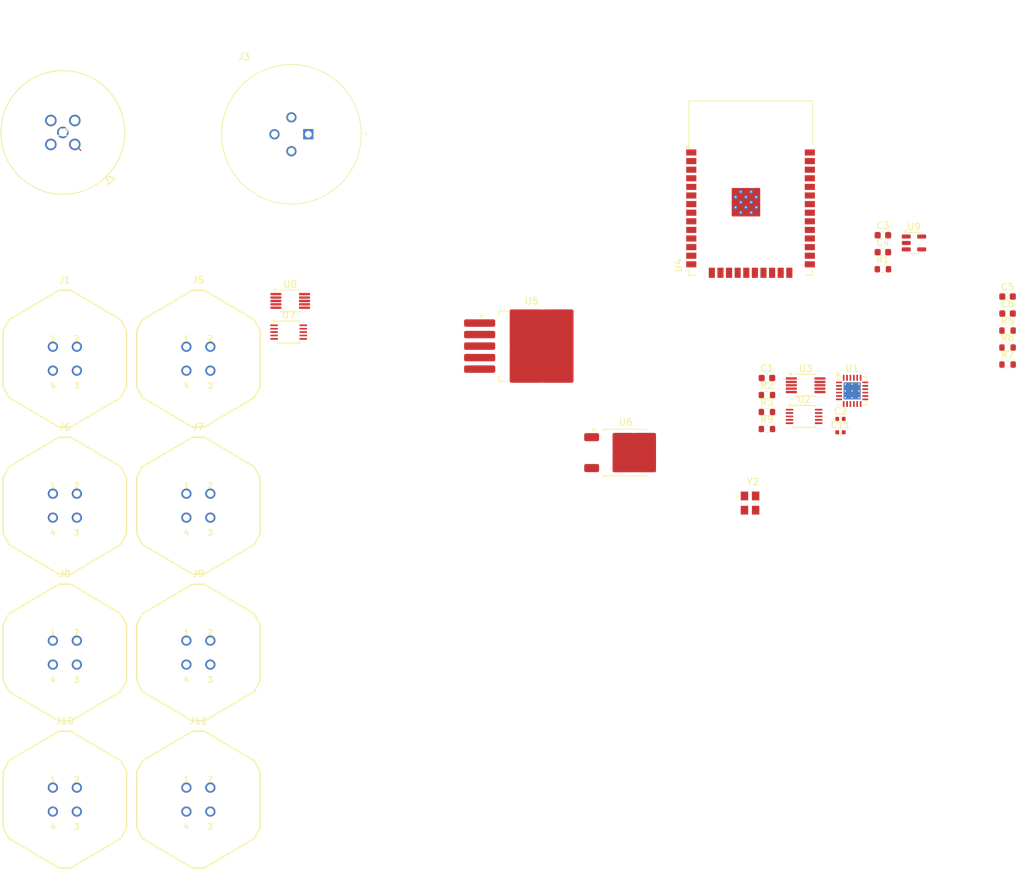
<source format=kicad_pcb>
(kicad_pcb (version 20240108) (generator "pcbnew") (generator_version "8.0")
  (layers (0 "F.Cu" signal) (31 "B.Cu" signal) (34 "B.Paste" user) (35 "F.Paste" user) (36 "B.SilkS" user "B.Silkscreen") (37 "F.SilkS" user "F.Silkscreen") (38 "B.Mask" user) (39 "F.Mask" user) (44 "Edge.Cuts" user))
  (net 0 "")
  (net 1 "GND")
  (net 2 "/TXEN")
  (net 3 "+3V3")
  (net 5 "/RX_N")
  (net 6 "/TXD1")
  (net 7 "/CRS_DV")
  (net 8 "/MDIO")
  (net 9 "Net-(U1-LED2{slash}~{INTSEL})")
  (net 10 "/RXD1")
  (net 11 "/TX_P")
  (net 12 "Net-(U1-RBIAS)")
  (net 13 "/TX_N")
  (net 14 "/RX_P")
  (net 15 "/REF_CLK")
  (net 17 "/RXD0")
  (net 18 "Net-(U1-~{RST})")
  (net 19 "/TXD0")
  (net 20 "/RXER")
  (net 21 "/MDC")
  (net 22 "Net-(U1-VDDCR)")
  (net 23 "/AIN3_ADC1")
  (net 24 "/AIN1_ADC1")
  (net 25 "/AIN2_ADC1")
  (net 26 "/AIN0_ADC1")
  (net 27 "/ANOUT1_DAC1")
  (net 28 "/ANOUT0_DAC1")
  (net 29 "/ANOUT3_DAC1")
  (net 30 "/ANOUT2_DAC1")
  (net 31 "+24V")
  (net 32 "+5V")
  (net 33 "/25MHZ")
  (net 35 "/SCL")
  (net 36 "/SDA")
  (net 38 "/ESP_EN")
  (net 51 "/ESP_TX")
  (net 53 "/ESP_RX")
  (net 77 "/AIN1_ADC0")
  (net 78 "/ANOUT1_DAC0")
  (net 79 "/AIN0_ADC0")
  (net 80 "/ANOUT0_DAC0")
  (net 81 "/AIN2_ADC0")
  (net 82 "/ANOUT2_DAC0")
  (net 83 "/ANOUT3_DAC0")
  (net 84 "/AIN3_ADC0")
  (net 87 "Net-(U9-EN)")
  (footprint "Capacitor_SMD:C_0603_1608Metric" (layer "F.Cu") (at 186.675 84.96)
    (property "Reference" "C5" (at 0 -1.43 0) (layer "F.SilkS"))
    (property "Value" "1uF")
    (pad "1" smd roundrect (at -0.775 0) (size 0.9 0.95) (layers "F.Cu" "F.Paste" "F.Mask") (net 22 "Net-(U1-VDDCR)"))
    (pad "2" smd roundrect (at 0.775 0) (size 0.9 0.95) (layers "F.Cu" "F.Paste" "F.Mask") (net 1 "GND"))
  )
  (footprint "643260100604:643260100604" (layer "F.Cu") (at 67.267766 94.132234)
    (property "Reference" "J5" (at 0 -11.635 0) (layer "F.SilkS"))
    (property "Value" "643260100604")
    (fp_text user "3" (at 1.76 4 0) (layer "F.SilkS") (effects (font (size 0.8 0.8))))
    (fp_text user "4" (at -1.76 4 0) (layer "F.SilkS") (effects (font (size 0.8 0.8))))
    (fp_text user "1" (at -1.76 -3 0) (layer "F.SilkS") (effects (font (size 0.8 0.8))))
    (fp_text user "2" (at 1.76 -3 0) (layer "F.SilkS") (effects (font (size 0.8 0.8))))
    (pad "1" thru_hole circle (at -1.767766 -1.767766) (size 1.508 1.508) (drill 1) (layers "*.Cu" "*.Mask") (net 79 "/AIN0_ADC0"))
    (pad "2" thru_hole circle (at 1.767766 -1.767766) (size 1.508 1.508) (drill 1) (layers "*.Cu" "*.Mask"))
    (pad "3" thru_hole circle (at 1.767766 1.767766) (size 1.508 1.508) (drill 1) (layers "*.Cu" "*.Mask"))
    (pad "4" thru_hole circle (at -1.767766 1.767766) (size 1.508 1.508) (drill 1) (layers "*.Cu" "*.Mask") (net 80 "/ANOUT0_DAC0"))
  )
  (footprint "643260100604:643260100604" (layer "F.Cu") (at 47.567766 115.832234)
    (property "Reference" "J6" (at 0 -11.635 0) (layer "F.SilkS"))
    (property "Value" "643260100604")
    (fp_text user "3" (at 1.76 4 0) (layer "F.SilkS") (effects (font (size 0.8 0.8))))
    (fp_text user "1" (at -1.76 -3 0) (layer "F.SilkS") (effects (font (size 0.8 0.8))))
    (fp_text user "4" (at -1.76 4 0) (layer "F.SilkS") (effects (font (size 0.8 0.8))))
    (fp_text user "2" (at 1.76 -3 0) (layer "F.SilkS") (effects (font (size 0.8 0.8))))
    (pad "1" thru_hole circle (at -1.767766 -1.767766) (size 1.508 1.508) (drill 1) (layers "*.Cu" "*.Mask") (net 81 "/AIN2_ADC0"))
    (pad "2" thru_hole circle (at 1.767766 -1.767766) (size 1.508 1.508) (drill 1) (layers "*.Cu" "*.Mask"))
    (pad "3" thru_hole circle (at 1.767766 1.767766) (size 1.508 1.508) (drill 1) (layers "*.Cu" "*.Mask"))
    (pad "4" thru_hole circle (at -1.767766 1.767766) (size 1.508 1.508) (drill 1) (layers "*.Cu" "*.Mask") (net 82 "/ANOUT2_DAC0"))
  )
  (footprint "Resistor_SMD:R_0603_1608Metric" (layer "F.Cu") (at 186.675 89.98)
    (property "Reference" "R5" (at 0 -1.43 0) (layer "F.SilkS"))
    (property "Value" "12.1k")
    (pad "1" smd roundrect (at -0.825 0) (size 0.8 0.95) (layers "F.Cu" "F.Paste" "F.Mask") (net 1 "GND"))
    (pad "2" smd roundrect (at 0.825 0) (size 0.8 0.95) (layers "F.Cu" "F.Paste" "F.Mask") (net 12 "Net-(U1-RBIAS)"))
  )
  (footprint "Package_TO_SOT_SMD:TO-252-2" (layer "F.Cu") (at 130.34 108.0025)
    (property "Reference" "U6" (at 0 -4.5 0) (layer "F.SilkS"))
    (property "Value" "LDO-LM7805MPX/NOPB")
    (pad "1" smd roundrect (at -5.04 -2.28) (size 2.2 1.2) (layers "F.Cu" "F.Paste" "F.Mask") (roundrect_rratio 0.208333) (net 1 "GND"))
    (pad "2" smd roundrect (at -0.415 -1.525) (size 3.05 2.75) (layers "F.Cu" "F.Paste") (roundrect_rratio 0.090909) (net 3 "+3V3"))
    (pad "2" smd roundrect (at -0.415 1.525) (size 3.05 2.75) (layers "F.Cu" "F.Paste") (roundrect_rratio 0.090909) (net 3 "+3V3"))
    (pad "2" smd roundrect (at 1.26 0) (size 6.4 5.8) (layers "F.Cu" "F.Mask") (roundrect_rratio 0.043103) (net 3 "+3V3"))
    (pad "2" smd roundrect (at 2.935 -1.525) (size 3.05 2.75) (layers "F.Cu" "F.Paste") (roundrect_rratio 0.090909) (net 3 "+3V3"))
    (pad "2" smd roundrect (at 2.935 1.525) (size 3.05 2.75) (layers "F.Cu" "F.Paste") (roundrect_rratio 0.090909) (net 3 "+3V3"))
    (pad "3" smd roundrect (at -5.04 2.28) (size 2.2 1.2) (layers "F.Cu" "F.Paste" "F.Mask") (roundrect_rratio 0.208333) (net 32 "+5V"))
  )
  (footprint "643260100604:643260100604" (layer "F.Cu") (at 47.567766 159.232234)
    (property "Reference" "J10" (at 0 -11.635 0) (layer "F.SilkS"))
    (property "Value" "643260100604")
    (fp_text user "3" (at 1.76 4 0) (layer "F.SilkS") (effects (font (size 0.8 0.8))))
    (fp_text user "1" (at -1.76 -3 0) (layer "F.SilkS") (effects (font (size 0.8 0.8))))
    (fp_text user "2" (at 1.76 -3 0) (layer "F.SilkS") (effects (font (size 0.8 0.8))))
    (fp_text user "4" (at -1.76 4 0) (layer "F.SilkS") (effects (font (size 0.8 0.8))))
    (pad "1" thru_hole circle (at -1.767766 -1.767766) (size 1.508 1.508) (drill 1) (layers "*.Cu" "*.Mask") (net 25 "/AIN2_ADC1"))
    (pad "2" thru_hole circle (at 1.767766 -1.767766) (size 1.508 1.508) (drill 1) (layers "*.Cu" "*.Mask"))
    (pad "3" thru_hole circle (at 1.767766 1.767766) (size 1.508 1.508) (drill 1) (layers "*.Cu" "*.Mask"))
    (pad "4" thru_hole circle (at -1.767766 1.767766) (size 1.508 1.508) (drill 1) (layers "*.Cu" "*.Mask") (net 30 "/ANOUT2_DAC1"))
  )
  (footprint "Package_SO:MSOP-10_3x3mm_P0.5mm" (layer "F.Cu") (at 80.822766 85.607234)
    (property "Reference" "U8" (at 0 -2.45 0) (layer "F.SilkS"))
    (property "Value" "MCP4728")
    (pad "1" smd roundrect (at -2.1125 -1) (size 1.625 0.35) (layers "F.Cu" "F.Paste" "F.Mask") (net 3 "+3V3"))
    (pad "2" smd roundrect (at -2.1125 -0.5) (size 1.625 0.35) (layers "F.Cu" "F.Paste" "F.Mask") (net 35 "/SCL"))
    (pad "3" smd roundrect (at -2.1125 0) (size 1.625 0.35) (layers "F.Cu" "F.Paste" "F.Mask") (net 36 "/SDA"))
    (pad "4" smd roundrect (at -2.1125 0.5) (size 1.625 0.35) (layers "F.Cu" "F.Paste" "F.Mask") (net 1 "GND"))
    (pad "5" smd roundrect (at -2.1125 1) (size 1.625 0.35) (layers "F.Cu" "F.Paste" "F.Mask"))
    (pad "6" smd roundrect (at 2.1125 1) (size 1.625 0.35) (layers "F.Cu" "F.Paste" "F.Mask") (net 28 "/ANOUT0_DAC1"))
    (pad "7" smd roundrect (at 2.1125 0.5) (size 1.625 0.35) (layers "F.Cu" "F.Paste" "F.Mask") (net 27 "/ANOUT1_DAC1"))
    (pad "8" smd roundrect (at 2.1125 0) (size 1.625 0.35) (layers "F.Cu" "F.Paste" "F.Mask") (net 30 "/ANOUT2_DAC1"))
    (pad "9" smd roundrect (at 2.1125 -0.5) (size 1.625 0.35) (layers "F.Cu" "F.Paste" "F.Mask") (net 29 "/ANOUT3_DAC1"))
    (pad "10" smd roundrect (at 2.1125 -1) (size 1.625 0.35) (layers "F.Cu" "F.Paste" "F.Mask") (net 1 "GND"))
  )
  (footprint "Package_SO:TSSOP-10_3x3mm_P0.5mm" (layer "F.Cu") (at 80.592766 90.207234)
    (property "Reference" "U7" (at 0 -2.55 0) (layer "F.SilkS"))
    (property "Value" "ADS1115IDGS")
    (pad "1" smd rect (at -2.15 -1) (size 1.1 0.25) (layers "F.Cu" "F.Paste" "F.Mask") (net 1 "GND"))
    (pad "2" smd rect (at -2.15 -0.5) (size 1.1 0.25) (layers "F.Cu" "F.Paste" "F.Mask"))
    (pad "3" smd rect (at -2.15 0) (size 1.1 0.25) (layers "F.Cu" "F.Paste" "F.Mask") (net 1 "GND"))
    (pad "4" smd rect (at -2.15 0.5) (size 1.1 0.25) (layers "F.Cu" "F.Paste" "F.Mask") (net 26 "/AIN0_ADC1"))
    (pad "5" smd rect (at -2.15 1) (size 1.1 0.25) (layers "F.Cu" "F.Paste" "F.Mask") (net 24 "/AIN1_ADC1"))
    (pad "6" smd rect (at 2.15 1) (size 1.1 0.25) (layers "F.Cu" "F.Paste" "F.Mask") (net 25 "/AIN2_ADC1"))
    (pad "7" smd rect (at 2.15 0.5) (size 1.1 0.25) (layers "F.Cu" "F.Paste" "F.Mask") (net 23 "/AIN3_ADC1"))
    (pad "8" smd rect (at 2.15 0) (size 1.1 0.25) (layers "F.Cu" "F.Paste" "F.Mask") (net 3 "+3V3"))
    (pad "9" smd rect (at 2.15 -0.5) (size 1.1 0.25) (layers "F.Cu" "F.Paste" "F.Mask") (net 36 "/SDA"))
    (pad "10" smd rect (at 2.15 -1) (size 1.1 0.25) (layers "F.Cu" "F.Paste" "F.Mask") (net 35 "/SCL"))
  )
  (footprint "Capacitor_SMD:C_0603_1608Metric" (layer "F.Cu") (at 168.2825 78.415)
    (property "Reference" "C4" (at 0 -1.43 0) (layer "F.SilkS"))
    (property "Value" "22uF")
    (pad "1" smd roundrect (at -0.775 0) (size 0.9 0.95) (layers "F.Cu" "F.Paste" "F.Mask") (net 3 "+3V3"))
    (pad "2" smd roundrect (at 0.775 0) (size 0.9 0.95) (layers "F.Cu" "F.Paste" "F.Mask") (net 1 "GND"))
  )
  (footprint "Capacitor_SMD:C_0603_1608Metric" (layer "F.Cu") (at 151.17 96.99)
    (property "Reference" "C1" (at 0 -1.43 0) (layer "F.SilkS"))
    (property "Value" "22uF")
    (pad "1" smd roundrect (at -0.775 0) (size 0.9 0.95) (layers "F.Cu" "F.Paste" "F.Mask") (net 3 "+3V3"))
    (pad "2" smd roundrect (at 0.775 0) (size 0.9 0.95) (layers "F.Cu" "F.Paste" "F.Mask") (net 1 "GND"))
  )
  (footprint "Resistor_SMD:R_0603_1608Metric" (layer "F.Cu") (at 186.675 92.49)
    (property "Reference" "R6" (at 0 -1.43 0) (layer "F.SilkS"))
    (property "Value" "10k")
    (pad "1" smd roundrect (at -0.825 0) (size 0.8 0.95) (layers "F.Cu" "F.Paste" "F.Mask") (net 18 "Net-(U1-~{RST})"))
    (pad "2" smd roundrect (at 0.825 0) (size 0.8 0.95) (layers "F.Cu" "F.Paste" "F.Mask") (net 3 "+3V3"))
  )
  (footprint "Package_DFN_QFN:VQFN-24-1EP_4x4mm_P0.5mm_EP2.5x2.5mm_ThermalVias" (layer "F.Cu") (at 163.74 98.89)
    (property "Reference" "U1" (at 0 -3.33 0) (layer "F.SilkS"))
    (property "Value" "LAN8720A")
    (pad "1" smd roundrect (at -1.9375 -1.25) (size 0.875 0.25) (layers "F.Cu" "F.Paste" "F.Mask") (net 3 "+3V3"))
    (pad "2" smd roundrect (at -1.9375 -0.75) (size 0.875 0.25) (layers "F.Cu" "F.Paste" "F.Mask") (net 9 "Net-(U1-LED2{slash}~{INTSEL})"))
    (pad "3" smd roundrect (at -1.9375 -0.25) (size 0.875 0.25) (layers "F.Cu" "F.Paste" "F.Mask"))
    (pad "4" smd roundrect (at -1.9375 0.25) (size 0.875 0.25) (layers "F.Cu" "F.Paste" "F.Mask"))
    (pad "5" smd roundrect (at -1.9375 0.75) (size 0.875 0.25) (layers "F.Cu" "F.Paste" "F.Mask") (net 33 "/25MHZ"))
    (pad "6" smd roundrect (at -1.9375 1.25) (size 0.875 0.25) (layers "F.Cu" "F.Paste" "F.Mask") (net 22 "Net-(U1-VDDCR)"))
    (pad "7" smd roundrect (at -1.25 1.9375) (size 0.25 0.875) (layers "F.Cu" "F.Paste" "F.Mask") (net 10 "/RXD1"))
    (pad "8" smd roundrect (at -0.75 1.9375) (size 0.25 0.875) (layers "F.Cu" "F.Paste" "F.Mask") (net 17 "/RXD0"))
    (pad "9" smd roundrect (at -0.25 1.9375) (size 0.25 0.875) (layers "F.Cu" "F.Paste" "F.Mask") (net 3 "+3V3"))
    (pad "10" smd roundrect (at 0.25 1.9375) (size 0.25 0.875) (layers "F.Cu" "F.Paste" "F.Mask") (net 20 "/RXER"))
    (pad "11" smd roundrect (at 0.75 1.9375) (size 0.25 0.875) (layers "F.Cu" "F.Paste" "F.Mask") (net 7 "/CRS_DV"))
    (pad "12" smd roundrect (at 1.25 1.9375) (size 0.25 0.875) (layers "F.Cu" "F.Paste" "F.Mask") (net 8 "/MDIO"))
    (pad "13" smd roundrect (at 1.9375 1.25) (size 0.875 0.25) (layers "F.Cu" "F.Paste" "F.Mask") (net 21 "/MDC"))
    (pad "14" smd roundrect (at 1.9375 0.75) (size 0.875 0.25) (layers "F.Cu" "F.Paste" "F.Mask") (net 15 "/REF_CLK"))
    (pad "15" smd roundrect (at 1.9375 0.25) (size 0.875 0.25) (layers "F.Cu" "F.Paste" "F.Mask") (net 18 "Net-(U1-~{RST})"))
    (pad "16" smd roundrect (at 1.9375 -0.25) (size 0.875 0.25) (layers "F.Cu" "F.Paste" "F.Mask") (net 2 "/TXEN"))
    (pad "17" smd roundrect (at 1.9375 -0.75) (size 0.875 0.25) (layers "F.Cu" "F.Paste" "F.Mask") (net 19 "/TXD0"))
    (pad "18" smd roundrect (at 1.9375 -1.25) (size 0.875 0.25) (layers "F.Cu" "F.Paste" "F.Mask") (net 6 "/TXD1"))
    (pad "19" smd roundrect (at 1.25 -1.9375) (size 0.25 0.875) (layers "F.Cu" "F.Paste" "F.Mask") (net 3 "+3V3"))
    (pad "20" smd roundrect (at 0.75 -1.9375) (size 0.25 0.875) (layers "F.Cu" "F.Paste" "F.Mask") (net 13 "/TX_N"))
    (pad "21" smd roundrect (at 0.25 -1.9375) (size 0.25 0.875) (layers "F.Cu" "F.Paste" "F.Mask") (net 11 "/TX_P"))
    (pad "22" smd roundrect (at -0.25 -1.9375) (size 0.25 0.875) (layers "F.Cu" "F.Paste" "F.Mask") (net 5 "/RX_N"))
    (pad "23" smd roundrect (at -0.75 -1.9375) (size 0.25 0.875) (layers "F.Cu" "F.Paste" "F.Mask") (net 14 "/RX_P"))
    (pad "24" smd roundrect (at -1.25 -1.9375) (size 0.25 0.875) (layers "F.Cu" "F.Paste" "F.Mask") (net 12 "Net-(U1-RBIAS)"))
    (pad "25" thru_hole circle (at -1 -1) (size 0.5 0.5) (drill 0.2) (property pad_prop_heatsink) (layers "*.Cu") (net 1 "GND"))
    (pad "25" thru_hole circle (at -1 0) (size 0.5 0.5) (drill 0.2) (property pad_prop_heatsink) (layers "*.Cu") (net 1 "GND"))
    (pad "25" thru_hole circle (at -1 1) (size 0.5 0.5) (drill 0.2) (property pad_prop_heatsink) (layers "*.Cu") (net 1 "GND"))
    (pad "25" thru_hole circle (at 0 -1) (size 0.5 0.5) (drill 0.2) (property pad_prop_heatsink) (layers "*.Cu") (net 1 "GND"))
    (pad "25" thru_hole circle (at 0 0) (size 0.5 0.5) (drill 0.2) (property pad_prop_heatsink) (layers "*.Cu") (net 1 "GND"))
    (pad "25" smd rect (at 0 0) (size 2.5 2.5) (property pad_prop_heatsink) (layers "F.Cu" "F.Mask") (net 1 "GND"))
    (pad "25" smd rect (at 0 0) (size 2.5 2.5) (property pad_prop_heatsink) (layers "B.Cu") (net 1 "GND"))
    (pad "25" thru_hole circle (at 0 1) (size 0.5 0.5) (drill 0.2) (property pad_prop_heatsink) (layers "*.Cu") (net 1 "GND"))
    (pad "25" thru_hole circle (at 1 -1) (size 0.5 0.5) (drill 0.2) (property pad_prop_heatsink) (layers "*.Cu") (net 1 "GND"))
    (pad "25" thru_hole circle (at 1 0) (size 0.5 0.5) (drill 0.2) (property pad_prop_heatsink) (layers "*.Cu") (net 1 "GND"))
    (pad "25" thru_hole circle (at 1 1) (size 0.5 0.5) (drill 0.2) (property pad_prop_heatsink) (layers "*.Cu") (net 1 "GND"))
  )
  (footprint "Capacitor_SMD:C_0603_1608Metric" (layer "F.Cu") (at 168.2825 75.905)
    (property "Reference" "C3" (at 0 -1.43 0) (layer "F.SilkS"))
    (property "Value" "22uF")
    (pad "1" smd roundrect (at -0.775 0) (size 0.9 0.95) (layers "F.Cu" "F.Paste" "F.Mask") (net 32 "+5V"))
    (pad "2" smd roundrect (at 0.775 0) (size 0.9 0.95) (layers "F.Cu" "F.Paste" "F.Mask") (net 1 "GND"))
  )
  (footprint "Capacitor_SMD:C_0603_1608Metric" (layer "F.Cu") (at 186.675 87.47)
    (property "Reference" "C6" (at 0 -1.43 0) (layer "F.SilkS"))
    (property "Value" "470pF")
    (pad "1" smd roundrect (at -0.775 0) (size 0.9 0.95) (layers "F.Cu" "F.Paste" "F.Mask") (net 22 "Net-(U1-VDDCR)"))
    (pad "2" smd roundrect (at 0.775 0) (size 0.9 0.95) (layers "F.Cu" "F.Paste" "F.Mask") (net 1 "GND"))
  )
  (footprint "T4143512051_000:CONN5_T4143512051" (layer "F.Cu") (at 45.5 58.964467)
    (property "Reference" "J2" (at 1.767767 1.767767 0) (layer "F.SilkS"))
    (property "Value" "T4143512051-000")
    (fp_line (start 3.535534 3.535534) (end 4.433559 4.433559) (stroke (width 0.1524)) (layer "F.Cu"))
    (pad "1" thru_hole circle (at 3.535533 3.535533) (size 1.7018 1.7018) (drill 1.1938) (layers "*.Cu" "*.Mask") (net 11 "/TX_P"))
    (pad "2" thru_hole circle (at 0 3.535533 90) (size 1.7018 1.7018) (drill 1.1938) (layers "*.Cu" "*.Mask") (net 5 "/RX_N"))
    (pad "3" thru_hole circle (at 0 0) (size 1.7018 1.7018) (drill 1.1938) (layers "*.Cu" "*.Mask") (net 13 "/TX_N"))
    (pad "4" thru_hole circle (at 3.535533 0 90) (size 1.7018 1.7018) (drill 1.1938) (layers "*.Cu" "*.Mask") (net 5 "/RX_N"))
    (pad "5" thru_hole circle (at 1.767767 1.767767) (size 1.7018 1.7018) (drill 1.1938) (layers "*.Cu" "*.Mask"))
  )
  (footprint "Capacitor_SMD:C_0402_1005Metric" (layer "F.Cu") (at 162.02 105)
    (property "Reference" "C11" (at 0 -1.16 0) (layer "F.SilkS"))
    (property "Value" "0.1uF")
    (pad "1" smd roundrect (at -0.48 0) (size 0.56 0.62) (layers "F.Cu" "F.Paste" "F.Mask") (net 38 "/ESP_EN"))
    (pad "2" smd roundrect (at 0.48 0) (size 0.56 0.62) (layers "F.Cu" "F.Paste" "F.Mask") (net 1 "GND"))
  )
  (footprint "Package_SO:MSOP-10_3x3mm_P0.5mm" (layer "F.Cu") (at 156.88 98.06)
    (property "Reference" "U3" (at 0 -2.45 0) (layer "F.SilkS"))
    (property "Value" "MCP4728")
    (pad "1" smd roundrect (at -2.1125 -1) (size 1.625 0.35) (layers "F.Cu" "F.Paste" "F.Mask") (net 3 "+3V3"))
    (pad "2" smd roundrect (at -2.1125 -0.5) (size 1.625 0.35) (layers "F.Cu" "F.Paste" "F.Mask") (net 35 "/SCL"))
    (pad "3" smd roundrect (at -2.1125 0) (size 1.625 0.35) (layers "F.Cu" "F.Paste" "F.Mask") (net 36 "/SDA"))
    (pad "4" smd roundrect (at -2.1125 0.5) (size 1.625 0.35) (layers "F.Cu" "F.Paste" "F.Mask") (net 1 "GND"))
    (pad "5" smd roundrect (at -2.1125 1) (size 1.625 0.35) (layers "F.Cu" "F.Paste" "F.Mask"))
    (pad "6" smd roundrect (at 2.1125 1) (size 1.625 0.35) (layers "F.Cu" "F.Paste" "F.Mask") (net 80 "/ANOUT0_DAC0"))
    (pad "7" smd roundrect (at 2.1125 0.5) (size 1.625 0.35) (layers "F.Cu" "F.Paste" "F.Mask") (net 78 "/ANOUT1_DAC0"))
    (pad "8" smd roundrect (at 2.1125 0) (size 1.625 0.35) (layers "F.Cu" "F.Paste" "F.Mask") (net 82 "/ANOUT2_DAC0"))
    (pad "9" smd roundrect (at 2.1125 -0.5) (size 1.625 0.35) (layers "F.Cu" "F.Paste" "F.Mask") (net 83 "/ANOUT3_DAC0"))
    (pad "10" smd roundrect (at 2.1125 -1) (size 1.625 0.35) (layers "F.Cu" "F.Paste" "F.Mask") (net 1 "GND"))
  )
  (footprint "ASE-25.000MHZ-LC-T:XTAL_ASE-25.000MHZ-LC-T" (layer "F.Cu") (at 148.675 115.45)
    (property "Reference" "Y2" (at 0.4064 -3.1576 0) (layer "F.SilkS"))
    (property "Value" "ASE-25.000MHZ-LC-T")
    (pad "1" smd rect (at -0.825 -1.05) (size 1.1 1.3) (layers "F.Cu" "F.Paste" "F.Mask") (net 3 "+3V3"))
    (pad "2" smd rect (at -0.825 1.05) (size 1.1 1.3) (layers "F.Cu" "F.Paste" "F.Mask") (net 1 "GND"))
    (pad "3" smd rect (at 0.825 1.05) (size 1.1 1.3) (layers "F.Cu" "F.Paste" "F.Mask") (net 33 "/25MHZ"))
    (pad "4" smd rect (at 0.825 -1.05) (size 1.1 1.3) (layers "F.Cu" "F.Paste" "F.Mask") (net 3 "+3V3"))
  )
  (footprint "643260100604:643260100604" (layer "F.Cu") (at 67.267766 115.832234)
    (property "Reference" "J7" (at 0 -11.635 0) (layer "F.SilkS"))
    (property "Value" "643260100604")
    (fp_text user "2" (at 1.76 -3 0) (layer "F.SilkS") (effects (font (size 0.8 0.8))))
    (fp_text user "4" (at -1.76 4 0) (layer "F.SilkS") (effects (font (size 0.8 0.8))))
    (fp_text user "1" (at -1.76 -3 0) (layer "F.SilkS") (effects (font (size 0.8 0.8))))
    (fp_text user "3" (at 1.76 4 0) (layer "F.SilkS") (effects (font (size 0.8 0.8))))
    (pad "1" thru_hole circle (at -1.767766 -1.767766) (size 1.508 1.508) (drill 1) (layers "*.Cu" "*.Mask") (net 84 "/AIN3_ADC0"))
    (pad "2" thru_hole circle (at 1.767766 -1.767766) (size 1.508 1.508) (drill 1) (layers "*.Cu" "*.Mask"))
    (pad "3" thru_hole circle (at 1.767766 1.767766) (size 1.508 1.508) (drill 1) (layers "*.Cu" "*.Mask"))
    (pad "4" thru_hole circle (at -1.767766 1.767766) (size 1.508 1.508) (drill 1) (layers "*.Cu" "*.Mask") (net 83 "/ANOUT3_DAC0"))
  )
  (footprint "643260100604:643260100604" (layer "F.Cu") (at 47.567766 94.132234)
    (property "Reference" "J1" (at 0 -11.635 0) (layer "F.SilkS"))
    (property "Value" "643260100604")
    (fp_text user "3" (at 1.76 4 0) (layer "F.SilkS") (effects (font (size 0.8 0.8))))
    (fp_text user "2" (at 1.76 -3 0) (layer "F.SilkS") (effects (font (size 0.8 0.8))))
    (fp_text user "1" (at -1.76 -3 0) (layer "F.SilkS") (effects (font (size 0.8 0.8))))
    (fp_text user "4" (at -1.76 4 0) (layer "F.SilkS") (effects (font (size 0.8 0.8))))
    (pad "1" thru_hole circle (at -1.767766 -1.767766) (size 1.508 1.508) (drill 1) (layers "*.Cu" "*.Mask") (net 77 "/AIN1_ADC0"))
    (pad "2" thru_hole circle (at 1.767766 -1.767766) (size 1.508 1.508) (drill 1) (layers "*.Cu" "*.Mask"))
    (pad "3" thru_hole circle (at 1.767766 1.767766) (size 1.508 1.508) (drill 1) (layers "*.Cu" "*.Mask"))
    (pad "4" thru_hole circle (at -1.767766 1.767766) (size 1.508 1.508) (drill 1) (layers "*.Cu" "*.Mask") (net 78 "/ANOUT1_DAC0"))
  )
  (footprint "643260100604:643260100604" (layer "F.Cu") (at 67.267766 159.232234)
    (property "Reference" "J11" (at 0 -11.635 0) (layer "F.SilkS"))
    (property "Value" "643260100604")
    (fp_text user "1" (at -1.76 -3 0) (layer "F.SilkS") (effects (font (size 0.8 0.8))))
    (fp_text user "2" (at 1.76 -3 0) (layer "F.SilkS") (effects (font (size 0.8 0.8))))
    (fp_text user "3" (at 1.76 4 0) (layer "F.SilkS") (effects (font (size 0.8 0.8))))
    (fp_text user "4" (at -1.76 4 0) (layer "F.SilkS") (effects (font (size 0.8 0.8))))
    (pad "1" thru_hole circle (at -1.767766 -1.767766) (size 1.508 1.508) (drill 1) (layers "*.Cu" "*.Mask") (net 23 "/AIN3_ADC1"))
    (pad "2" thru_hole circle (at 1.767766 -1.767766) (size 1.508 1.508) (drill 1) (layers "*.Cu" "*.Mask"))
    (pad "3" thru_hole circle (at 1.767766 1.767766) (size 1.508 1.508) (drill 1) (layers "*.Cu" "*.Mask"))
    (pad "4" thru_hole circle (at -1.767766 1.767766) (size 1.508 1.508) (drill 1) (layers "*.Cu" "*.Mask") (net 29 "/ANOUT3_DAC1"))
  )
  (footprint "643260100604:643260100604" (layer "F.Cu") (at 47.567766 137.532234)
    (property "Reference" "J8" (at 0 -11.635 0) (layer "F.SilkS"))
    (property "Value" "643260100604")
    (fp_text user "3" (at 1.76 4 0) (layer "F.SilkS") (effects (font (size 0.8 0.8))))
    (fp_text user "2" (at 1.76 -3 0) (layer "F.SilkS") (effects (font (size 0.8 0.8))))
    (fp_text user "4" (at -1.76 4 0) (layer "F.SilkS") (effects (font (size 0.8 0.8))))
    (fp_text user "1" (at -1.76 -3 0) (layer "F.SilkS") (effects (font (size 0.8 0.8))))
    (pad "1" thru_hole circle (at -1.767766 -1.767766) (size 1.508 1.508) (drill 1) (layers "*.Cu" "*.Mask") (net 26 "/AIN0_ADC1"))
    (pad "2" thru_hole circle (at 1.767766 -1.767766) (size 1.508 1.508) (drill 1) (layers "*.Cu" "*.Mask"))
    (pad "3" thru_hole circle (at 1.767766 1.767766) (size 1.508 1.508) (drill 1) (layers "*.Cu" "*.Mask"))
    (pad "4" thru_hole circle (at -1.767766 1.767766) (size 1.508 1.508) (drill 1) (layers "*.Cu" "*.Mask") (net 28 "/ANOUT0_DAC1"))
  )
  (footprint "643260100604:643260100604" (layer "F.Cu") (at 67.267766 137.532234)
    (property "Reference" "J9" (at 0 -11.635 0) (layer "F.SilkS"))
    (property "Value" "643260100604")
    (fp_text user "1" (at -1.76 -3 0) (layer "F.SilkS") (effects (font (size 0.8 0.8))))
    (fp_text user "3" (at 1.76 4 0) (layer "F.SilkS") (effects (font (size 0.8 0.8))))
    (fp_text user "4" (at -1.76 4 0) (layer "F.SilkS") (effects (font (size 0.8 0.8))))
    (fp_text user "2" (at 1.76 -3 0) (layer "F.SilkS") (effects (font (size 0.8 0.8))))
    (pad "1" thru_hole circle (at -1.767766 -1.767766) (size 1.508 1.508) (drill 1) (layers "*.Cu" "*.Mask") (net 24 "/AIN1_ADC1"))
    (pad "2" thru_hole circle (at 1.767766 -1.767766) (size 1.508 1.508) (drill 1) (layers "*.Cu" "*.Mask"))
    (pad "3" thru_hole circle (at 1.767766 1.767766) (size 1.508 1.508) (drill 1) (layers "*.Cu" "*.Mask"))
    (pad "4" thru_hole circle (at -1.767766 1.767766) (size 1.508 1.508) (drill 1) (layers "*.Cu" "*.Mask") (net 27 "/ANOUT1_DAC1"))
  )
  (footprint "Resistor_SMD:R_0603_1608Metric" (layer "F.Cu") (at 151.17 99.5)
    (property "Reference" "R2" (at 0 -1.43 0) (layer "F.SilkS"))
    (property "Value" "100k")
    (pad "1" smd roundrect (at -0.825 0) (size 0.8 0.95) (layers "F.Cu" "F.Paste" "F.Mask") (net 38 "/ESP_EN"))
    (pad "2" smd roundrect (at 0.825 0) (size 0.8 0.95) (layers "F.Cu" "F.Paste" "F.Mask") (net 3 "+3V3"))
  )
  (footprint "Package_SO:TSSOP-10_3x3mm_P0.5mm" (layer "F.Cu") (at 156.65 102.66)
    (property "Reference" "U2" (at 0 -2.55 0) (layer "F.SilkS"))
    (property "Value" "ADS1115IDGS")
    (pad "1" smd rect (at -2.15 -1) (size 1.1 0.25) (layers "F.Cu" "F.Paste" "F.Mask") (net 1 "GND"))
    (pad "2" smd rect (at -2.15 -0.5) (size 1.1 0.25) (layers "F.Cu" "F.Paste" "F.Mask"))
    (pad "3" smd rect (at -2.15 0) (size 1.1 0.25) (layers "F.Cu" "F.Paste" "F.Mask") (net 1 "GND"))
    (pad "4" smd rect (at -2.15 0.5) (size 1.1 0.25) (layers "F.Cu" "F.Paste" "F.Mask") (net 79 "/AIN0_ADC0"))
    (pad "5" smd rect (at -2.15 1) (size 1.1 0.25) (layers "F.Cu" "F.Paste" "F.Mask") (net 77 "/AIN1_ADC0"))
    (pad "6" smd rect (at 2.15 1) (size 1.1 0.25) (layers "F.Cu" "F.Paste" "F.Mask") (net 81 "/AIN2_ADC0"))
    (pad "7" smd rect (at 2.15 0.5) (size 1.1 0.25) (layers "F.Cu" "F.Paste" "F.Mask") (net 84 "/AIN3_ADC0"))
    (pad "8" smd rect (at 2.15 0) (size 1.1 0.25) (layers "F.Cu" "F.Paste" "F.Mask") (net 3 "+3V3"))
    (pad "9" smd rect (at 2.15 -0.5) (size 1.1 0.25) (layers "F.Cu" "F.Paste" "F.Mask") (net 36 "/SDA"))
    (pad "10" smd rect (at 2.15 -1) (size 1.1 0.25) (layers "F.Cu" "F.Paste" "F.Mask") (net 35 "/SCL"))
  )
  (footprint "Resistor_SMD:R_0603_1608Metric" (layer "F.Cu") (at 151.17 102.01)
    (property "Reference" "R3" (at 0 -1.43 0) (layer "F.SilkS"))
    (property "Value" "100k")
    (pad "1" smd roundrect (at -0.825 0) (size 0.8 0.95) (layers "F.Cu" "F.Paste" "F.Mask") (net 3 "+3V3"))
    (pad "2" smd roundrect (at 0.825 0) (size 0.8 0.95) (layers "F.Cu" "F.Paste" "F.Mask") (net 35 "/SCL"))
  )
  (footprint "RF_Module:ESP32-WROOM-32" (layer "F.Cu") (at 148.75 71.94)
    (property "Reference" "U4" (at -10.61 8.43 90) (layer "F.SilkS"))
    (property "Value" "ESP32-WROOM-32")
    (pad "1" smd rect (at -8.75 -8.25) (size 1.5 0.9) (layers "F.Cu" "F.Paste" "F.Mask") (net 1 "GND"))
    (pad "2" smd rect (at -8.75 -6.98) (size 1.5 0.9) (layers "F.Cu" "F.Paste" "F.Mask") (net 3 "+3V3"))
    (pad "3" smd rect (at -8.75 -5.71) (size 1.5 0.9) (layers "F.Cu" "F.Paste" "F.Mask") (net 38 "/ESP_EN"))
    (pad "4" smd rect (at -8.75 -4.44) (size 1.5 0.9) (layers "F.Cu" "F.Paste" "F.Mask"))
    (pad "5" smd rect (at -8.75 -3.17) (size 1.5 0.9) (layers "F.Cu" "F.Paste" "F.Mask"))
    (pad "6" smd rect (at -8.75 -1.9) (size 1.5 0.9) (layers "F.Cu" "F.Paste" "F.Mask") (net 36 "/SDA"))
    (pad "7" smd rect (at -8.75 -0.63) (size 1.5 0.9) (layers "F.Cu" "F.Paste" "F.Mask"))
    (pad "8" smd rect (at -8.75 0.64) (size 1.5 0.9) (layers "F.Cu" "F.Paste" "F.Mask"))
    (pad "9" smd rect (at -8.75 1.91) (size 1.5 0.9) (layers "F.Cu" "F.Paste" "F.Mask") (net 35 "/SCL"))
    (pad "10" smd rect (at -8.75 3.18) (size 1.5 0.9) (layers "F.Cu" "F.Paste" "F.Mask"))
    (pad "11" smd rect (at -8.75 4.45) (size 1.5 0.9) (layers "F.Cu" "F.Paste" "F.Mask"))
    (pad "12" smd rect (at -8.75 5.72) (size 1.5 0.9) (layers "F.Cu" "F.Paste" "F.Mask"))
    (pad "13" smd rect (at -8.75 6.99) (size 1.5 0.9) (layers "F.Cu" "F.Paste" "F.Mask") (net 20 "/RXER"))
    (pad "14" smd rect (at -8.75 8.26) (size 1.5 0.9) (layers "F.Cu" "F.Paste" "F.Mask") (net 8 "/MDIO"))
    (pad "15" smd rect (at -5.71 9.51 90) (size 1.5 0.9) (layers "F.Cu" "F.Paste" "F.Mask") (net 1 "GND"))
    (pad "16" smd rect (at -4.44 9.51 90) (size 1.5 0.9) (layers "F.Cu" "F.Paste" "F.Mask") (net 7 "/CRS_DV"))
    (pad "17" smd rect (at -3.17 9.51 90) (size 1.5 0.9) (layers "F.Cu" "F.Paste" "F.Mask"))
    (pad "18" smd rect (at -1.9 9.51 90) (size 1.5 0.9) (layers "F.Cu" "F.Paste" "F.Mask"))
    (pad "19" smd rect (at -0.63 9.51 90) (size 1.5 0.9) (layers "F.Cu" "F.Paste" "F.Mask"))
    (pad "20" smd rect (at 0.64 9.51 90) (size 1.5 0.9) (layers "F.Cu" "F.Paste" "F.Mask"))
    (pad "21" smd rect (at 1.91 9.51 90) (size 1.5 0.9) (layers "F.Cu" "F.Paste" "F.Mask"))
    (pad "22" smd rect (at 3.18 9.51 90) (size 1.5 0.9) (layers "F.Cu" "F.Paste" "F.Mask"))
    (pad "23" smd rect (at 4.45 9.51 90) (size 1.5 0.9) (layers "F.Cu" "F.Paste" "F.Mask") (net 10 "/RXD1"))
    (pad "24" smd rect (at 5.72 9.51 90) (size 1.5 0.9) (layers "F.Cu" "F.Paste" "F.Mask"))
    (pad "25" smd rect (at 8.75 8.26) (size 1.5 0.9) (layers "F.Cu" "F.Paste" "F.Mask"))
    (pad "26" smd rect (at 8.75 6.99) (size 1.5 0.9) (layers "F.Cu" "F.Paste" "F.Mask"))
    (pad "27" smd rect (at 8.75 5.72) (size 1.5 0.9) (layers "F.Cu" "F.Paste" "F.Mask") (net 17 "/RXD0"))
    (pad "28" smd rect (at 8.75 4.45) (size 1.5 0.9) (layers "F.Cu" "F.Paste" "F.Mask") (net 2 "/TXEN"))
    (pad "29" smd rect (at 8.75 3.18) (size 1.5 0.9) (layers "F.Cu" "F.Paste" "F.Mask") (net 21 "/MDC"))
    (pad "30" smd rect (at 8.75 1.91) (size 1.5 0.9) (layers "F.Cu" "F.Paste" "F.Mask") (net 6 "/TXD1"))
    (pad "31" smd rect (at 8.75 0.64) (size 1.5 0.9) (layers "F.Cu" "F.Paste" "F.Mask") (net 19 "/TXD0"))
    (pad "32" smd rect (at 8.75 -0.63) (size 1.5 0.9) (layers "F.Cu" "F.Paste" "F.Mask"))
    (pad "33" smd rect (at 8.75 -1.9) (size 1.5 0.9) (layers "F.Cu" "F.Paste" "F.Mask"))
    (pad "34" smd rect (at 8.75 -3.17) (size 1.5 0.9) (layers "F.Cu" "F.Paste" "F.Mask") (net 53 "/ESP_RX"))
    (pad "35" smd rect (at 8.75 -4.44) (size 1.5 0.9) (layers "F.Cu" "F.Paste" "F.Mask") (net 51 "/ESP_TX"))
    (pad "36" smd rect (at 8.75 -5.71) (size 1.5 0.9) (layers "F.Cu" "F.Paste" "F.Mask"))
    (pad "37" smd rect (at 8.75 -6.98) (size 1.5 0.9) (layers "F.Cu" "F.Paste" "F.Mask"))
    (pad "38" smd rect (at 8.75 -8.25) (size 1.5 0.9) (layers "F.Cu" "F.Paste" "F.Mask") (net 1 "GND"))
    (pad "39" smd rect (at -2.205 -2.435) (size 1.05 1.05) (layers "F.Cu" "F.Paste") (net 1 "GND"))
    (pad "39" thru_hole circle (at -2.205 -1.6725) (size 0.6 0.6) (drill 0.2) (property pad_prop_heatsink) (layers "*.Cu" "F.Mask") (net 1 "GND"))
    (pad "39" smd rect (at -2.205 -0.91) (size 1.05 1.05) (layers "F.Cu" "F.Paste") (net 1 "GND"))
    (pad "39" thru_hole circle (at -2.205 -0.1475) (size 0.6 0.6) (drill 0.2) (property pad_prop_heatsink) (layers "*.Cu" "F.Mask") (net 1 "GND"))
    (pad "39" smd rect (at -2.205 0.615) (size 1.05 1.05) (layers "F.Cu" "F.Paste") (net 1 "GND"))
    (pad "39" thru_hole circle (at -1.4425 -2.435) (size 0.6 0.6) (drill 0.2) (property pad_prop_heatsink) (layers "*.Cu" "F.Mask") (net 1 "GND"))
    (pad "39" thru_hole circle (at -1.4425 -0.91) (size 0.6 0.6) (drill 0.2) (property pad_prop_heatsink) (layers "*.Cu" "F.Mask") (net 1 "GND"))
    (pad "39" thru_hole circle (at -1.4425 0.615) (size 0.6 0.6) (drill 0.2) (property pad_prop_heatsink) (layers "*.Cu" "F.Mask") (net 1 "GND"))
    (pad "39" smd rect (at -0.68 -2.435) (size 1.05 1.05) (layers "F.Cu" "F.Paste") (net 1 "GND"))
    (pad "39" thru_hole circle (at -0.68 -1.6725) (size 0.6 0.6) (drill 0.2) (property pad_prop_heatsink) (layers "*.Cu" "F.Mask") (net 1 "GND"))
    (pad "39" smd rect (at -0.68 -0.91) (size 1.05 1.05) (layers "F.Cu" "F.Paste") (net 1 "GND"))
    (pad "39" smd rect (at -0.68 -0.91) (size 4.2 4.2) (layers "F.Cu" "F.Mask") (net 1 "GND"))
    (pad "39" thru_hole circle (at -0.68 -0.1475) (size 0.6 0.6) (drill 0.2) (property pad_prop_heatsink) (layers "*.Cu" "F.Mask") (net 1 "GND"))
    (pad "39" smd rect (at -0.68 0.615) (size 1.05 1.05) (layers "F.Cu" "F.Paste") (net 1 "GND"))
    (pad "39" thru_hole circle (at 0.0825 -2.435) (size 0.6 0.6) (drill 0.2) (property pad_prop_heatsink) (layers "*.Cu" "F.Mask") (net 1 "GND"))
    (pad "39" thru_hole circle (at 0.0825 -0.91) (size 0.6 0.6) (drill 0.2) (property pad_prop_heatsink) (layers "*.Cu" "F.Mask") (net 1 "GND"))
    (pad "39" thru_hole circle (at 0.0825 0.615) (size 0.6 0.6) (drill 0.2) (property pad_prop_heatsink) (layers "*.Cu" "F.Mask") (net 1 "GND"))
    (pad "39" smd rect (at 0.845 -2.435) (size 1.05 1.05) (layers "F.Cu" "F.Paste") (net 1 "GND"))
    (pad "39" thru_hole circle (at 0.845 -1.6725) (size 0.6 0.6) (drill 0.2) (property pad_prop_heatsink) (layers "*.Cu" "F.Mask") (net 1 "GND"))
    (pad "39" smd rect (at 0.845 -0.91) (size 1.05 1.05) (layers "F.Cu" "F.Paste") (net 1 "GND"))
    (pad "39" thru_hole circle (at 0.845 -0.1475) (size 0.6 0.6) (drill 0.2) (property pad_prop_heatsink) (layers "*.Cu" "F.Mask") (net 1 "GND"))
    (pad "39" smd rect (at 0.845 0.615) (size 1.05 1.05) (layers "F.Cu" "F.Paste") (net 1 "GND"))
  )
  (footprint "Package_TO_SOT_SMD:TO-263-5_TabPin3" (layer "F.Cu") (at 116.425 92.275)
    (property "Reference" "U5" (at 0 -6.65 0) (layer "F.SilkS"))
    (property "Value" "LM2596S-5")
    (pad "1" smd roundrect (at -7.65 -3.4) (size 4.6 1.1) (layers "F.Cu" "F.Paste" "F.Mask") (roundrect_rratio 0.227273) (net 31 "+24V"))
    (pad "2" smd roundrect (at -7.65 -1.7) (size 4.6 1.1) (layers "F.Cu" "F.Paste" "F.Mask") (roundrect_rratio 0.227273) (net 32 "+5V"))
    (pad "3" smd roundrect (at -7.65 0) (size 4.6 1.1) (layers "F.Cu" "F.Paste" "F.Mask") (roundrect_rratio 0.227273) (net 1 "GND"))
    (pad "3" smd roundrect (at -0.925 -2.775) (size 4.55 5.25) (layers "F.Cu" "F.Paste") (roundrect_rratio 0.054945) (net 1 "GND"))
    (pad "3" smd roundrect (at -0.925 2.775) (size 4.55 5.25) (layers "F.Cu" "F.Paste") (roundrect_rratio 0.054945) (net 1 "GND"))
    (pad "3" smd roundrect (at 1.5 0) (size 9.4 10.8) (layers "F.Cu" "F.Mask") (roundrect_rratio 0.026596) (net 1 "GND"))
    (pad "3" smd roundrect (at 3.925 -2.775) (size 4.55 5.25) (layers "F.Cu" "F.Paste") (roundrect_rratio 0.054945) (net 1 "GND"))
    (pad "3" smd roundrect (at 3.925 2.775) (size 4.55 5.25) (layers "F.Cu" "F.Paste") (roundrect_rratio 0.054945) (net 1 "GND"))
    (pad "4" smd roundrect (at -7.65 1.7) (size 4.6 1.1) (layers "F.Cu" "F.Paste" "F.Mask") (roundrect_rratio 0.227273) (net 32 "+5V"))
    (pad "5" smd roundrect (at -7.65 3.4) (size 4.6 1.1) (layers "F.Cu" "F.Paste" "F.Mask") (roundrect_rratio 0.227273) (net 1 "GND"))
  )
  (footprint "Resistor_SMD:R_0603_1608Metric" (layer "F.Cu") (at 186.675 95)
    (property "Reference" "R7" (at 0 -1.43 0) (layer "F.SilkS"))
    (property "Value" "10k")
    (pad "1" smd roundrect (at -0.825 0) (size 0.8 0.95) (layers "F.Cu" "F.Paste" "F.Mask") (net 9 "Net-(U1-LED2{slash}~{INTSEL})"))
    (pad "2" smd roundrect (at 0.825 0) (size 0.8 0.95) (layers "F.Cu" "F.Paste" "F.Mask") (net 1 "GND"))
  )
  (footprint "Resistor_SMD:R_0603_1608Metric" (layer "F.Cu") (at 151.17 104.52)
    (property "Reference" "R9" (at 0 -1.43 0) (layer "F.SilkS"))
    (property "Value" "100k")
    (pad "1" smd roundrect (at -0.825 0) (size 0.8 0.95) (layers "F.Cu" "F.Paste" "F.Mask") (net 3 "+3V3"))
    (pad "2" smd roundrect (at 0.825 0) (size 0.8 0.95) (layers "F.Cu" "F.Paste" "F.Mask") (net 36 "/SDA"))
  )
  (footprint "Capacitor_SMD:C_0402_1005Metric" (layer "F.Cu") (at 162.02 103.03)
    (property "Reference" "C2" (at 0 -1.16 0) (layer "F.SilkS"))
    (property "Value" "0.1uF")
    (pad "1" smd roundrect (at -0.48 0) (size 0.56 0.62) (layers "F.Cu" "F.Paste" "F.Mask") (net 3 "+3V3"))
    (pad "2" smd roundrect (at 0.48 0) (size 0.56 0.62) (layers "F.Cu" "F.Paste" "F.Mask") (net 1 "GND"))
  )
  (footprint "M12A-04PMMP-SF8001:AMPHENOL_M12A-04PMMP-SF8001" (layer "F.Cu") (at 81 61)
    (property "Reference" "J3" (at -6.985 -11.43 0) (layer "F.SilkS"))
    (property "Value" "M12A-04PMMP-SF8001")
    (pad "1" thru_hole rect (at 2.5 0) (size 1.508 1.508) (drill 1) (layers "*.Cu" "*.Mask") (net 31 "+24V"))
    (pad "2" thru_hole circle (at 0 -2.5) (size 1.508 1.508) (drill 1) (layers "*.Cu" "*.Mask"))
    (pad "3" thru_hole circle (at -2.5 0) (size 1.508 1.508) (drill 1) (layers "*.Cu" "*.Mask") (net 1 "GND"))
    (pad "4" thru_hole circle (at 0 2.5) (size 1.508 1.508) (drill 1) (layers "*.Cu" "*.Mask"))
  )
  (footprint "Resistor_SMD:R_0603_1608Metric" (layer "F.Cu") (at 168.2825 80.925)
    (property "Reference" "R1" (at 0 -1.43 0) (layer "F.SilkS"))
    (property "Value" "100k")
    (pad "1" smd roundrect (at -0.825 0) (size 0.8 0.95) (layers "F.Cu" "F.Paste" "F.Mask") (net 87 "Net-(U9-EN)"))
    (pad "2" smd roundrect (at 0.825 0) (size 0.8 0.95) (layers "F.Cu" "F.Paste" "F.Mask") (net 32 "+5V"))
  )
  (footprint "Package_TO_SOT_SMD:SOT-23-5" (layer "F.Cu") (at 172.8625 77.05)
    (property "Reference" "U9" (at 0 -2.4 0) (layer "F.SilkS"))
    (property "Value" "AP2112K-3.3")
    (pad "1" smd roundrect (at -1.1375 -0.95) (size 1.325 0.6) (layers "F.Cu" "F.Paste" "F.Mask") (net 32 "+5V"))
    (pad "2" smd roundrect (at -1.1375 0) (size 1.325 0.6) (layers "F.Cu" "F.Paste" "F.Mask") (net 1 "GND"))
    (pad "3" smd roundrect (at -1.1375 0.95) (size 1.325 0.6) (layers "F.Cu" "F.Paste" "F.Mask") (net 87 "Net-(U9-EN)"))
    (pad "4" smd roundrect (at 1.1375 0.95) (size 1.325 0.6) (layers "F.Cu" "F.Paste" "F.Mask"))
    (pad "5" smd roundrect (at 1.1375 -0.95) (size 1.325 0.6) (layers "F.Cu" "F.Paste" "F.Mask") (net 3 "+3V3"))
  )
)
</source>
